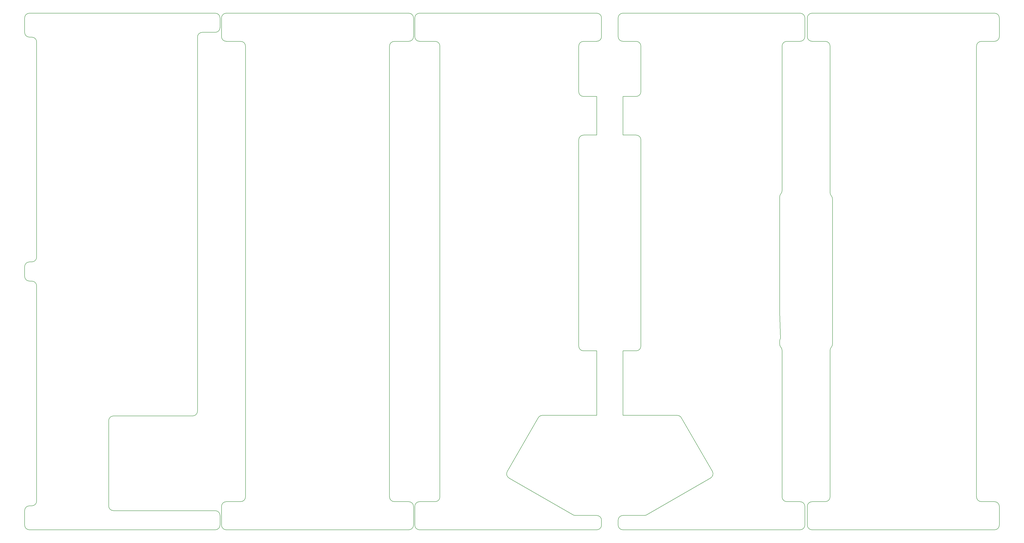
<source format=gbr>
%TF.GenerationSoftware,KiCad,Pcbnew,7.0.2-0*%
%TF.CreationDate,2024-05-08T22:34:26-07:00*%
%TF.ProjectId,FlexDeploySidePanels,466c6578-4465-4706-9c6f-795369646550,v3b*%
%TF.SameCoordinates,Original*%
%TF.FileFunction,Other,User*%
%FSLAX46Y46*%
G04 Gerber Fmt 4.6, Leading zero omitted, Abs format (unit mm)*
G04 Created by KiCad (PCBNEW 7.0.2-0) date 2024-05-08 22:34:26*
%MOMM*%
%LPD*%
G01*
G04 APERTURE LIST*
%ADD10C,0.200000*%
G04 APERTURE END LIST*
D10*
X127195400Y-267244400D02*
G75*
G03*
X125195400Y-269244400I0J-2000000D01*
G01*
X413213400Y-314744400D02*
G75*
G03*
X415213400Y-312744400I0J2000000D01*
G01*
X416213400Y-108994400D02*
G75*
G03*
X418213400Y-110994400I2000000J0D01*
G01*
X261195400Y-110994400D02*
X254705400Y-110994400D01*
X95195400Y-212994400D02*
G75*
G03*
X93195400Y-210994400I-2000000J0D01*
G01*
X418213400Y-302994400D02*
X423713400Y-302994400D01*
X416213400Y-108994400D02*
G75*
G03*
X418213400Y-110994400I2000000J0D01*
G01*
X415213400Y-101244400D02*
G75*
G03*
X413213400Y-99244400I-2000000J0D01*
G01*
X415213400Y-304994400D02*
X415213400Y-312744400D01*
X362024725Y-266995359D02*
X339413400Y-266995359D01*
X172195400Y-304994400D02*
X172195400Y-312744400D01*
X169595400Y-107244400D02*
X164195400Y-107244400D01*
X180195400Y-302994400D02*
G75*
G03*
X182195400Y-300994400I0J2000000D01*
G01*
X323005400Y-110994400D02*
G75*
G03*
X321005400Y-112994400I0J-2000000D01*
G01*
X180195400Y-302994400D02*
G75*
G03*
X182195400Y-300994400I0J2000000D01*
G01*
X496213400Y-304994400D02*
G75*
G03*
X494213400Y-302994400I-2000000J0D01*
G01*
X244195400Y-110994400D02*
G75*
G03*
X242195400Y-112994400I0J-2000000D01*
G01*
X93195400Y-210994400D02*
X92195400Y-210994400D01*
X90195400Y-107244400D02*
G75*
G03*
X92195400Y-109244400I2000000J0D01*
G01*
X405713400Y-239908101D02*
X405713400Y-300994400D01*
X160195400Y-267244400D02*
G75*
G03*
X162195400Y-265244400I0J2000000D01*
G01*
X90195400Y-101244400D02*
X90195400Y-107244400D01*
X346913400Y-152094400D02*
X346913400Y-238094400D01*
X252705400Y-304994400D02*
X252705400Y-312744400D01*
X252705400Y-108994400D02*
G75*
G03*
X254705400Y-110994400I2000000J0D01*
G01*
X171595400Y-308744400D02*
X171595400Y-312744400D01*
X252705400Y-101244400D02*
X252705400Y-108994400D01*
X244195400Y-302994400D02*
X250195400Y-302994400D01*
X321005400Y-131994400D02*
G75*
G03*
X323005400Y-133994400I2000000J0D01*
G01*
X425713400Y-174080699D02*
X425713400Y-112994400D01*
X405713399Y-239908101D02*
G75*
G03*
X405213400Y-238585225I-1999999J1D01*
G01*
X92195400Y-210994400D02*
X93195400Y-210994400D01*
X125195400Y-269244400D02*
X125195400Y-304744400D01*
X244195400Y-110994400D02*
G75*
G03*
X242195400Y-112994400I0J-2000000D01*
G01*
X254705400Y-314744400D02*
X328505400Y-314744400D01*
X328505400Y-110994400D02*
G75*
G03*
X330505400Y-108994400I0J2000000D01*
G01*
X496213400Y-101244400D02*
G75*
G03*
X494213400Y-99244400I-2000000J0D01*
G01*
X413213400Y-314744400D02*
X339413400Y-314744400D01*
X169595400Y-107244400D02*
G75*
G03*
X171595400Y-105244400I0J2000000D01*
G01*
X337413400Y-108994400D02*
G75*
G03*
X339413400Y-110994400I2000000J0D01*
G01*
X250195400Y-314744400D02*
G75*
G03*
X252195400Y-312744400I0J2000000D01*
G01*
X93195400Y-202994400D02*
G75*
G03*
X95195400Y-200994400I0J2000000D01*
G01*
X418213400Y-99244400D02*
G75*
G03*
X416213400Y-101244400I0J-2000000D01*
G01*
X162195400Y-223994400D02*
X162195400Y-189994400D01*
X413213400Y-110994400D02*
X407713400Y-110994400D01*
X90195400Y-204994400D02*
X90195400Y-208994400D01*
X337413400Y-108994400D02*
G75*
G03*
X339413400Y-110994400I2000000J0D01*
G01*
X242195400Y-300994400D02*
X242195400Y-281994400D01*
X488713400Y-302994400D02*
X494213400Y-302994400D01*
X323005400Y-150094400D02*
G75*
G03*
X321005400Y-152094400I0J-2000000D01*
G01*
X346913400Y-131994400D02*
X346913400Y-112994400D01*
X254705400Y-302994400D02*
G75*
G03*
X252705400Y-304994400I0J-2000000D01*
G01*
X93195400Y-304744400D02*
G75*
G03*
X95195400Y-302744400I0J2000000D01*
G01*
X418213400Y-99244400D02*
G75*
G03*
X416213400Y-101244400I0J-2000000D01*
G01*
X494213400Y-99244400D02*
X418213400Y-99244400D01*
X321005400Y-238094400D02*
X321005400Y-152094400D01*
X174195400Y-302994400D02*
X180195400Y-302994400D01*
X426213400Y-238585225D02*
G75*
G03*
X425713400Y-239908101I1500000J-1322875D01*
G01*
X291239314Y-290378010D02*
G75*
G03*
X291971425Y-293110095I1732086J-999990D01*
G01*
X494213400Y-302994400D02*
X488713400Y-302994400D01*
X328505400Y-110994400D02*
G75*
G03*
X330505400Y-108994400I0J2000000D01*
G01*
X171595400Y-101244400D02*
G75*
G03*
X169595400Y-99244400I-2000000J0D01*
G01*
X494213400Y-314744400D02*
X418213400Y-314744400D01*
X344913400Y-110994400D02*
X339413400Y-110994400D01*
X242195400Y-269994400D02*
X242195400Y-143994400D01*
X407713400Y-110994400D02*
X413213400Y-110994400D01*
X346913400Y-238094400D02*
X346913400Y-152094400D01*
X405713400Y-300994400D02*
G75*
G03*
X407713400Y-302994400I2000000J0D01*
G01*
X339413400Y-99244400D02*
G75*
G03*
X337413400Y-101244400I0J-2000000D01*
G01*
X494213400Y-314744400D02*
G75*
G03*
X496213400Y-312744400I0J2000000D01*
G01*
X413213400Y-99244400D02*
X339413400Y-99244400D01*
X252195400Y-304994400D02*
G75*
G03*
X250195400Y-302994400I-2000000J0D01*
G01*
X321005400Y-131994400D02*
X321005400Y-112994400D01*
X318586733Y-308476451D02*
X291971425Y-293110096D01*
X496213400Y-304994400D02*
G75*
G03*
X494213400Y-302994400I-2000000J0D01*
G01*
X375947375Y-293110096D02*
X349332067Y-308476451D01*
X323005400Y-133994400D02*
X328505400Y-133994400D01*
X182195400Y-235994400D02*
X182195400Y-300994400D01*
X425713400Y-112994400D02*
X425713400Y-174080699D01*
X90195400Y-312744400D02*
X90195400Y-306744400D01*
X95195400Y-212994400D02*
G75*
G03*
X93195400Y-210994400I-2000000J0D01*
G01*
X321005400Y-238094400D02*
G75*
G03*
X323005400Y-240094400I2000000J0D01*
G01*
X319586733Y-308744400D02*
X328505400Y-308744400D01*
X418213400Y-110994400D02*
X423713400Y-110994400D01*
X339413400Y-110994400D02*
X344913400Y-110994400D01*
X92195400Y-202994400D02*
G75*
G03*
X90195400Y-204994400I0J-2000000D01*
G01*
X252705400Y-312744400D02*
X252705400Y-304994400D01*
X496213400Y-108994400D02*
X496213400Y-101244400D01*
X337413400Y-101244400D02*
X337413400Y-108994400D01*
X344913400Y-240094400D02*
G75*
G03*
X346913400Y-238094400I0J2000000D01*
G01*
X339413400Y-308744400D02*
G75*
G03*
X337413400Y-310744400I0J-2000000D01*
G01*
X425713401Y-174080699D02*
G75*
G03*
X426213400Y-175403575I1999999J-1D01*
G01*
X254705400Y-110994400D02*
X261195400Y-110994400D01*
X171595400Y-101244400D02*
X171595400Y-105244400D01*
X328505400Y-314744400D02*
G75*
G03*
X330505400Y-312744400I0J2000000D01*
G01*
X337413400Y-312744400D02*
G75*
G03*
X339413400Y-314744400I2000000J0D01*
G01*
X291239375Y-290378045D02*
X304162024Y-267995359D01*
X405213425Y-174585247D02*
G75*
G03*
X405713400Y-173262349I-1500025J1322847D01*
G01*
X346913400Y-112994400D02*
X346913400Y-131994400D01*
X330505400Y-310744400D02*
X330505400Y-312744400D01*
X162195400Y-265244400D02*
X162195400Y-235994400D01*
X254705400Y-99244400D02*
G75*
G03*
X252705400Y-101244400I0J-2000000D01*
G01*
X337413400Y-312744400D02*
X337413400Y-310744400D01*
X182195400Y-112994400D02*
X182195400Y-177994400D01*
X252705400Y-108994400D02*
G75*
G03*
X254705400Y-110994400I2000000J0D01*
G01*
X405713400Y-300994400D02*
G75*
G03*
X407713400Y-302994400I2000000J0D01*
G01*
X415213400Y-101244400D02*
G75*
G03*
X413213400Y-99244400I-2000000J0D01*
G01*
X339413400Y-133994400D02*
X344913400Y-133994400D01*
X250195400Y-110994400D02*
X244195400Y-110994400D01*
X415213400Y-312744400D02*
X415213400Y-304994400D01*
X423713400Y-110994400D02*
X418213400Y-110994400D01*
X405213400Y-174585225D02*
G75*
G03*
X404713400Y-175908101I1500000J-1322875D01*
G01*
X160195400Y-267244400D02*
X127195400Y-267244400D01*
X92195400Y-109244400D02*
X93195400Y-109244400D01*
X252705400Y-312744400D02*
G75*
G03*
X254705400Y-314744400I2000000J0D01*
G01*
X92195400Y-99244400D02*
X169595400Y-99244400D01*
X261195400Y-302994400D02*
G75*
G03*
X263195400Y-300994400I0J2000000D01*
G01*
X252705400Y-108994400D02*
X252705400Y-101244400D01*
X95195400Y-111244400D02*
G75*
G03*
X93195400Y-109244400I-2000000J0D01*
G01*
X93195400Y-304744400D02*
X92195400Y-304744400D01*
X425713400Y-239908101D02*
X425713400Y-300994400D01*
X171595400Y-308744400D02*
G75*
G03*
X169595400Y-306744400I-2000000J0D01*
G01*
X169595400Y-314744400D02*
X92195400Y-314744400D01*
X95195400Y-111244400D02*
G75*
G03*
X93195400Y-109244400I-2000000J0D01*
G01*
X242195400Y-131994400D02*
X242195400Y-112994400D01*
X93195400Y-304744400D02*
G75*
G03*
X95195400Y-302744400I0J2000000D01*
G01*
X250195400Y-99244400D02*
X174195400Y-99244400D01*
X174195400Y-302994400D02*
G75*
G03*
X172195400Y-304994400I0J-2000000D01*
G01*
X321005400Y-112994400D02*
X321005400Y-131994400D01*
X376679425Y-290378045D02*
X363756776Y-267995359D01*
X426713400Y-237262349D02*
X426713400Y-176726451D01*
X171595400Y-101244400D02*
G75*
G03*
X169595400Y-99244400I-2000000J0D01*
G01*
X323005400Y-240094400D02*
X328505400Y-240094400D01*
X174195400Y-99244400D02*
G75*
G03*
X172195400Y-101244400I0J-2000000D01*
G01*
X404713400Y-223994400D02*
X404718003Y-224130018D01*
X174195400Y-302994400D02*
G75*
G03*
X172195400Y-304994400I0J-2000000D01*
G01*
X344913400Y-150094400D02*
X339413400Y-150094400D01*
X328505400Y-240094400D02*
X328505400Y-266995359D01*
X252195400Y-304994400D02*
X252195400Y-312744400D01*
X174195400Y-99244400D02*
X250195400Y-99244400D01*
X405213400Y-174585225D02*
G75*
G03*
X404713400Y-175908101I1500000J-1322875D01*
G01*
X328505400Y-314744400D02*
G75*
G03*
X330505400Y-312744400I0J2000000D01*
G01*
X92195400Y-304744400D02*
X93195400Y-304744400D01*
X415213400Y-108994400D02*
X415213400Y-101244400D01*
X405081477Y-234838187D02*
G75*
G03*
X404713400Y-235994400I1631923J-1156213D01*
G01*
X160195400Y-267244400D02*
G75*
G03*
X162195400Y-265244400I0J2000000D01*
G01*
X330505400Y-101244400D02*
X330505400Y-108994400D01*
X321005400Y-152094400D02*
X321005400Y-238094400D01*
X348332067Y-308744400D02*
X339413400Y-308744400D01*
X404718003Y-224130018D02*
X405081477Y-234838187D01*
X363756775Y-267995360D02*
G75*
G03*
X362024725Y-266995359I-1732075J-1000040D01*
G01*
X182195400Y-112994400D02*
G75*
G03*
X180195400Y-110994400I-2000000J0D01*
G01*
X90195400Y-306744400D02*
X90195400Y-312744400D01*
X496213400Y-312744400D02*
X496213400Y-304994400D01*
X291971425Y-293110096D02*
X318586733Y-308476451D01*
X90195400Y-107244400D02*
G75*
G03*
X92195400Y-109244400I2000000J0D01*
G01*
X344913400Y-133994400D02*
G75*
G03*
X346913400Y-131994400I0J2000000D01*
G01*
X339413400Y-99244400D02*
X413213400Y-99244400D01*
X423713400Y-302994400D02*
G75*
G03*
X425713400Y-300994400I0J2000000D01*
G01*
X413213400Y-110994400D02*
G75*
G03*
X415213400Y-108994400I0J2000000D01*
G01*
X339413400Y-308744400D02*
X348332067Y-308744400D01*
X426213425Y-238585247D02*
G75*
G03*
X426713400Y-237262349I-1500025J1322847D01*
G01*
X407713400Y-110994400D02*
G75*
G03*
X405713400Y-112994400I0J-2000000D01*
G01*
X494213400Y-110994400D02*
G75*
G03*
X496213400Y-108994400I0J2000000D01*
G01*
X330505400Y-310744400D02*
G75*
G03*
X328505400Y-308744400I-2000000J0D01*
G01*
X330505400Y-108994400D02*
X330505400Y-101244400D01*
X423713400Y-302994400D02*
X418213400Y-302994400D01*
X405713400Y-112994400D02*
X405713400Y-173262349D01*
X323005400Y-110994400D02*
G75*
G03*
X321005400Y-112994400I0J-2000000D01*
G01*
X339413400Y-314744400D02*
X413213400Y-314744400D01*
X250195400Y-110994400D02*
G75*
G03*
X252195400Y-108994400I0J2000000D01*
G01*
X486713400Y-112994400D02*
X486713400Y-300994400D01*
X375947339Y-293110034D02*
G75*
G03*
X376679425Y-290378045I-999939J1732034D01*
G01*
X375947339Y-293110034D02*
G75*
G03*
X376679425Y-290378045I-999939J1732034D01*
G01*
X261195400Y-302994400D02*
X254705400Y-302994400D01*
X425713400Y-112994400D02*
G75*
G03*
X423713400Y-110994400I-2000000J0D01*
G01*
X250195400Y-302994400D02*
X244195400Y-302994400D01*
X169595400Y-99244400D02*
X92195400Y-99244400D01*
X425713400Y-112994400D02*
G75*
G03*
X423713400Y-110994400I-2000000J0D01*
G01*
X404713400Y-237262349D02*
X404713400Y-235994400D01*
X405713400Y-300994400D02*
X405713400Y-239908101D01*
X90195400Y-208994400D02*
G75*
G03*
X92195400Y-210994400I2000000J0D01*
G01*
X90195400Y-208994400D02*
G75*
G03*
X92195400Y-210994400I2000000J0D01*
G01*
X93195400Y-202994400D02*
G75*
G03*
X95195400Y-200994400I0J2000000D01*
G01*
X496213400Y-304994400D02*
X496213400Y-312744400D01*
X404713400Y-175908101D02*
X404713400Y-223994400D01*
X418213400Y-302994400D02*
G75*
G03*
X416213400Y-304994400I0J-2000000D01*
G01*
X172195400Y-108994400D02*
G75*
G03*
X174195400Y-110994400I2000000J0D01*
G01*
X425713401Y-174080699D02*
G75*
G03*
X426213400Y-175403575I1999999J-1D01*
G01*
X328505400Y-150094400D02*
X323005400Y-150094400D01*
X416213400Y-108994400D02*
X416213400Y-101244400D01*
X305894075Y-266995358D02*
G75*
G03*
X304162024Y-267995359I25J-2000042D01*
G01*
X92195400Y-314744400D02*
X169595400Y-314744400D01*
X263195400Y-112994400D02*
X263195400Y-131994400D01*
X164195400Y-107244400D02*
G75*
G03*
X162195400Y-109244400I0J-2000000D01*
G01*
X172195400Y-101244400D02*
X172195400Y-108994400D01*
X318586725Y-308476465D02*
G75*
G03*
X319586733Y-308744400I999975J1732065D01*
G01*
X346913400Y-112994400D02*
G75*
G03*
X344913400Y-110994400I-2000000J0D01*
G01*
X172195400Y-312744400D02*
G75*
G03*
X174195400Y-314744400I2000000J0D01*
G01*
X423713400Y-302994400D02*
G75*
G03*
X425713400Y-300994400I0J2000000D01*
G01*
X254705400Y-99244400D02*
X328505400Y-99244400D01*
X252195400Y-101244400D02*
G75*
G03*
X250195400Y-99244400I-2000000J0D01*
G01*
X169595400Y-314744400D02*
G75*
G03*
X171595400Y-312744400I0J2000000D01*
G01*
X252195400Y-304994400D02*
G75*
G03*
X250195400Y-302994400I-2000000J0D01*
G01*
X263195400Y-300994400D02*
X263195400Y-112994400D01*
X405713399Y-239908101D02*
G75*
G03*
X405213400Y-238585225I-1999999J1D01*
G01*
X413213400Y-302994400D02*
X407713400Y-302994400D01*
X486713400Y-300994400D02*
G75*
G03*
X488713400Y-302994400I2000000J0D01*
G01*
X330505400Y-101244400D02*
G75*
G03*
X328505400Y-99244400I-2000000J0D01*
G01*
X263195400Y-143994400D02*
X263195400Y-269994400D01*
X328505400Y-99244400D02*
X254705400Y-99244400D01*
X171595400Y-105244400D02*
X171595400Y-101244400D01*
X250195400Y-314744400D02*
G75*
G03*
X252195400Y-312744400I0J2000000D01*
G01*
X337413400Y-312744400D02*
G75*
G03*
X339413400Y-314744400I2000000J0D01*
G01*
X328505400Y-110994400D02*
X323005400Y-110994400D01*
X346913400Y-152094400D02*
G75*
G03*
X344913400Y-150094400I-2000000J0D01*
G01*
X164195400Y-107244400D02*
X169595400Y-107244400D01*
X252195400Y-101244400D02*
G75*
G03*
X250195400Y-99244400I-2000000J0D01*
G01*
X426213400Y-238585225D02*
G75*
G03*
X425713400Y-239908101I1500000J-1322875D01*
G01*
X418213400Y-99244400D02*
X494213400Y-99244400D01*
X162195400Y-177994400D02*
X162195400Y-109244400D01*
X494213400Y-110994400D02*
G75*
G03*
X496213400Y-108994400I0J2000000D01*
G01*
X164195400Y-107244400D02*
G75*
G03*
X162195400Y-109244400I0J-2000000D01*
G01*
X95195400Y-302744400D02*
X95195400Y-212994400D01*
X363756775Y-267995360D02*
G75*
G03*
X362024725Y-266995359I-1732075J-1000040D01*
G01*
X339413400Y-240094400D02*
X344913400Y-240094400D01*
X127195400Y-306744400D02*
X169595400Y-306744400D01*
X494213400Y-314744400D02*
G75*
G03*
X496213400Y-312744400I0J2000000D01*
G01*
X328505400Y-314744400D02*
X254705400Y-314744400D01*
X363756776Y-267995359D02*
X376679425Y-290378045D01*
X242195400Y-112994400D02*
X242195400Y-300994400D01*
X92195400Y-202994400D02*
G75*
G03*
X90195400Y-204994400I0J-2000000D01*
G01*
X404713400Y-223994400D02*
X404713400Y-189994400D01*
X92195400Y-304744400D02*
G75*
G03*
X90195400Y-306744400I0J-2000000D01*
G01*
X90195400Y-107244400D02*
X90195400Y-101244400D01*
X92195400Y-99244400D02*
G75*
G03*
X90195400Y-101244400I0J-2000000D01*
G01*
X252195400Y-101244400D02*
X252195400Y-108994400D01*
X95195400Y-212994400D02*
X95195400Y-302744400D01*
X261195400Y-302994400D02*
G75*
G03*
X263195400Y-300994400I0J2000000D01*
G01*
X93195400Y-109244400D02*
X92195400Y-109244400D01*
X263195400Y-281994400D02*
X263195400Y-300994400D01*
X92195400Y-202994400D02*
X93195400Y-202994400D01*
X426713366Y-176726451D02*
G75*
G03*
X426213400Y-175403575I-1999966J51D01*
G01*
X337413400Y-108994400D02*
X337413400Y-101244400D01*
X169595400Y-314744400D02*
G75*
G03*
X171595400Y-312744400I0J2000000D01*
G01*
X416213400Y-312744400D02*
G75*
G03*
X418213400Y-314744400I2000000J0D01*
G01*
X415213400Y-304994400D02*
G75*
G03*
X413213400Y-302994400I-2000000J0D01*
G01*
X488713400Y-110994400D02*
G75*
G03*
X486713400Y-112994400I0J-2000000D01*
G01*
X413213400Y-110994400D02*
G75*
G03*
X415213400Y-108994400I0J2000000D01*
G01*
X416213400Y-312744400D02*
G75*
G03*
X418213400Y-314744400I2000000J0D01*
G01*
X425713400Y-300994400D02*
X425713400Y-239908101D01*
X263195400Y-112994400D02*
G75*
G03*
X261195400Y-110994400I-2000000J0D01*
G01*
X426713400Y-189994400D02*
X426713400Y-223994400D01*
X339413400Y-308744400D02*
G75*
G03*
X337413400Y-310744400I0J-2000000D01*
G01*
X416213400Y-101244400D02*
X416213400Y-108994400D01*
X496213400Y-101244400D02*
X496213400Y-108994400D01*
X416213400Y-304994400D02*
X416213400Y-312744400D01*
X404713400Y-235994400D02*
X404713400Y-237262349D01*
X337413400Y-310744400D02*
X337413400Y-312744400D01*
X486713400Y-300994400D02*
X486713400Y-112994400D01*
X250195400Y-110994400D02*
G75*
G03*
X252195400Y-108994400I0J2000000D01*
G01*
X330505400Y-312744400D02*
X330505400Y-310744400D01*
X418213400Y-302994400D02*
G75*
G03*
X416213400Y-304994400I0J-2000000D01*
G01*
X182195400Y-112994400D02*
G75*
G03*
X180195400Y-110994400I-2000000J0D01*
G01*
X415213400Y-101244400D02*
X415213400Y-108994400D01*
X174195400Y-110994400D02*
X180195400Y-110994400D01*
X180195400Y-302994400D02*
X174195400Y-302994400D01*
X125195400Y-304744400D02*
G75*
G03*
X127195400Y-306744400I2000000J0D01*
G01*
X250195400Y-314744400D02*
X174195400Y-314744400D01*
X254705400Y-99244400D02*
G75*
G03*
X252705400Y-101244400I0J-2000000D01*
G01*
X426213425Y-238585247D02*
G75*
G03*
X426713400Y-237262349I-1500025J1322847D01*
G01*
X242195400Y-300994400D02*
G75*
G03*
X244195400Y-302994400I2000000J0D01*
G01*
X305894075Y-266995358D02*
G75*
G03*
X304162024Y-267995359I25J-2000042D01*
G01*
X244195400Y-110994400D02*
X250195400Y-110994400D01*
X418213400Y-314744400D02*
X494213400Y-314744400D01*
X339413400Y-266995359D02*
X339413400Y-240094400D01*
X252195400Y-108994400D02*
X252195400Y-101244400D01*
X328505400Y-133994400D02*
X328505400Y-150094400D01*
X95195400Y-200994400D02*
X95195400Y-111244400D01*
X323005400Y-110994400D02*
X328505400Y-110994400D01*
X127195400Y-267244400D02*
X160195400Y-267244400D01*
X90195400Y-312744400D02*
G75*
G03*
X92195400Y-314744400I2000000J0D01*
G01*
X172195400Y-312744400D02*
X172195400Y-304994400D01*
X254705400Y-302994400D02*
X261195400Y-302994400D01*
X486713400Y-300994400D02*
G75*
G03*
X488713400Y-302994400I2000000J0D01*
G01*
X330505400Y-101244400D02*
G75*
G03*
X328505400Y-99244400I-2000000J0D01*
G01*
X488713400Y-110994400D02*
G75*
G03*
X486713400Y-112994400I0J-2000000D01*
G01*
X488713400Y-110994400D02*
X494213400Y-110994400D01*
X242195400Y-300994400D02*
G75*
G03*
X244195400Y-302994400I2000000J0D01*
G01*
X95195400Y-111244400D02*
X95195400Y-200994400D01*
X93195400Y-202994400D02*
X92195400Y-202994400D01*
X169595400Y-107244400D02*
G75*
G03*
X171595400Y-105244400I0J2000000D01*
G01*
X415213400Y-304994400D02*
G75*
G03*
X413213400Y-302994400I-2000000J0D01*
G01*
X404713434Y-237262349D02*
G75*
G03*
X405213400Y-238585225I1999966J-51D01*
G01*
X496213400Y-101244400D02*
G75*
G03*
X494213400Y-99244400I-2000000J0D01*
G01*
X90195400Y-312744400D02*
G75*
G03*
X92195400Y-314744400I2000000J0D01*
G01*
X171595400Y-308744400D02*
G75*
G03*
X169595400Y-306744400I-2000000J0D01*
G01*
X125195400Y-304744400D02*
X125195400Y-269244400D01*
X252705400Y-312744400D02*
G75*
G03*
X254705400Y-314744400I2000000J0D01*
G01*
X162195400Y-109244400D02*
X162195400Y-265244400D01*
X174195400Y-99244400D02*
G75*
G03*
X172195400Y-101244400I0J-2000000D01*
G01*
X328505400Y-266995359D02*
X305894075Y-266995359D01*
X404713400Y-177994400D02*
X404713400Y-175908101D01*
X171595400Y-312744400D02*
X171595400Y-308744400D01*
X416213400Y-312744400D02*
X416213400Y-304994400D01*
X426713366Y-176726451D02*
G75*
G03*
X426213400Y-175403575I-1999966J51D01*
G01*
X172195400Y-108994400D02*
X172195400Y-101244400D01*
X413213400Y-314744400D02*
G75*
G03*
X415213400Y-312744400I0J2000000D01*
G01*
X348332067Y-308744383D02*
G75*
G03*
X349332067Y-308476450I33J1999983D01*
G01*
X330505400Y-310744400D02*
G75*
G03*
X328505400Y-308744400I-2000000J0D01*
G01*
X339413400Y-99244400D02*
G75*
G03*
X337413400Y-101244400I0J-2000000D01*
G01*
X92195400Y-304744400D02*
G75*
G03*
X90195400Y-306744400I0J-2000000D01*
G01*
X404713434Y-237262349D02*
G75*
G03*
X405213400Y-238585225I1999966J-51D01*
G01*
X92195400Y-99244400D02*
G75*
G03*
X90195400Y-101244400I0J-2000000D01*
G01*
X348332067Y-308744383D02*
G75*
G03*
X349332067Y-308476450I33J1999983D01*
G01*
X304162024Y-267995359D02*
X291239375Y-290378045D01*
X127195400Y-267244400D02*
G75*
G03*
X125195400Y-269244400I0J-2000000D01*
G01*
X318586725Y-308476465D02*
G75*
G03*
X319586733Y-308744400I999975J1732065D01*
G01*
X182195400Y-300994400D02*
X182195400Y-112994400D01*
X172195400Y-312744400D02*
G75*
G03*
X174195400Y-314744400I2000000J0D01*
G01*
X169595400Y-306744400D02*
X127195400Y-306744400D01*
X328505400Y-308744400D02*
X319586733Y-308744400D01*
X349332067Y-308476451D02*
X375947375Y-293110096D01*
X252195400Y-312744400D02*
X252195400Y-304994400D01*
X180195400Y-110994400D02*
X174195400Y-110994400D01*
X291239314Y-290378010D02*
G75*
G03*
X291971425Y-293110095I1732086J-999990D01*
G01*
X407713400Y-302994400D02*
X413213400Y-302994400D01*
X174195400Y-314744400D02*
X250195400Y-314744400D01*
X263195400Y-112994400D02*
G75*
G03*
X261195400Y-110994400I-2000000J0D01*
G01*
X405713400Y-173262349D02*
X405713400Y-112994400D01*
X90195400Y-208994400D02*
X90195400Y-204994400D01*
X125195400Y-304744400D02*
G75*
G03*
X127195400Y-306744400I2000000J0D01*
G01*
X426713400Y-235994400D02*
X426713400Y-237262349D01*
X339413400Y-150094400D02*
X339413400Y-133994400D01*
X254705400Y-302994400D02*
G75*
G03*
X252705400Y-304994400I0J-2000000D01*
G01*
X182195400Y-189994400D02*
X182195400Y-223994400D01*
X407713400Y-110994400D02*
G75*
G03*
X405713400Y-112994400I0J-2000000D01*
G01*
X172195400Y-108994400D02*
G75*
G03*
X174195400Y-110994400I2000000J0D01*
G01*
X405213425Y-174585247D02*
G75*
G03*
X405713400Y-173262349I-1500025J1322847D01*
G01*
X426713400Y-176726451D02*
X426713400Y-177994400D01*
X494213400Y-110994400D02*
X488713400Y-110994400D01*
X346913400Y-112994400D02*
G75*
G03*
X344913400Y-110994400I-2000000J0D01*
G01*
M02*

</source>
